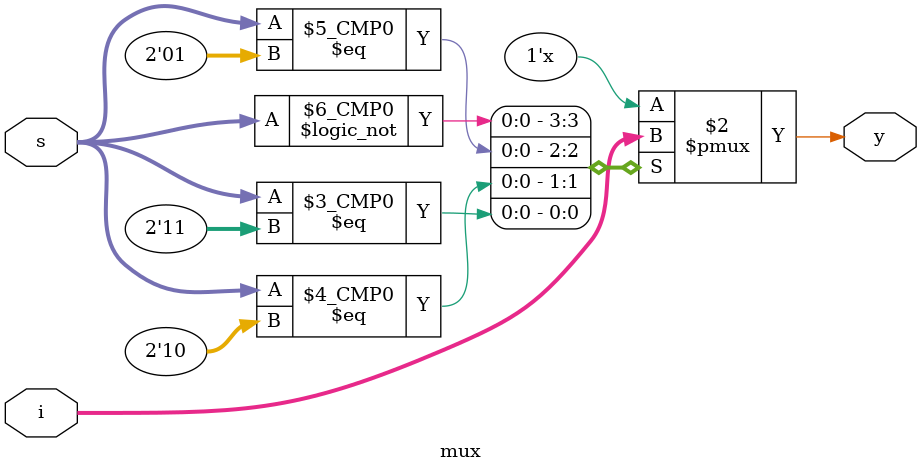
<source format=v>
module mux(
    input [1:0] s,
    input [3:0] i,
    output reg y
    );
    always @(s or i)
    begin
        case (s)
            2'b00:y=i[3];
            2'b01:y=i[2];
            2'b10:y=i[1];
            2'b11:y=i[0];
        endcase
    end
endmodule

</source>
